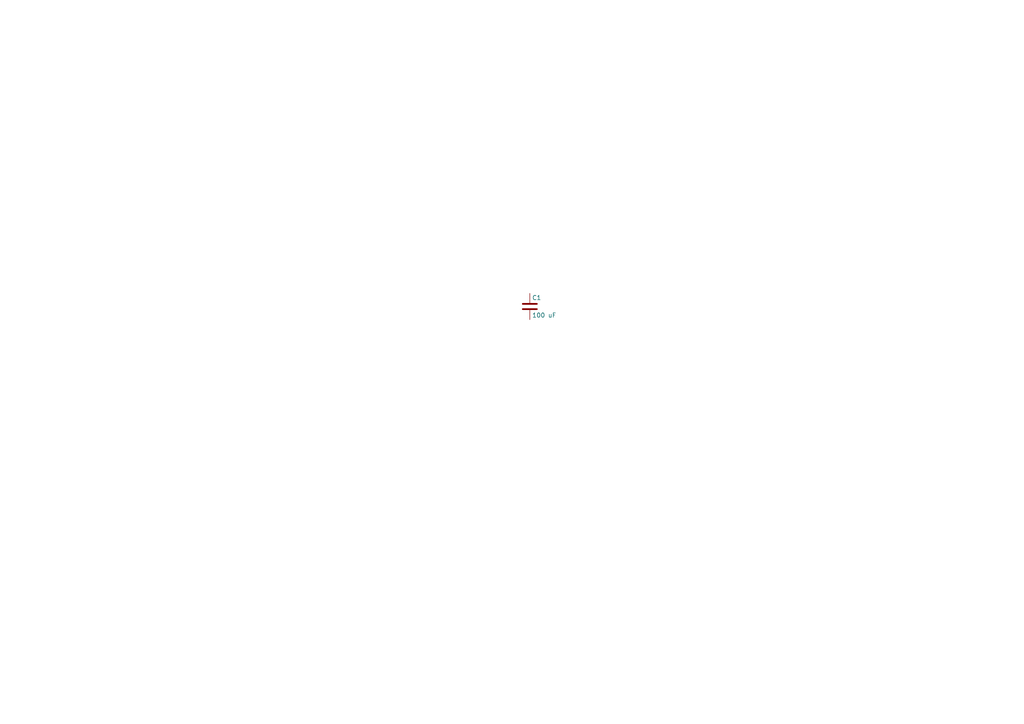
<source format=kicad_sch>
(kicad_sch (version 20231120) (generator "eeschema") (generator_version "8.0")
  (paper "A4")
  (lib_symbols
    (symbol "Device:C" (pin_numbers hide) (pin_names (offset 0.254))
      (property "Reference" "C" (at 0.635 2.54 0))
      (property "Value" "C" (at 0.635 -2.54 0))
      (symbol "C_0_1"
        (polyline (pts (xy -2.032 -0.762) (xy 2.032 -0.762)) (stroke (width 0.508)))
        (polyline (pts (xy -2.032 0.762) (xy 2.032 0.762)) (stroke (width 0.508)))
      )
      (symbol "C_1_1"
        (pin passive line (at 0 3.81 270) (length 2.794) (name "~") (number "1"))
        (pin passive line (at 0 -3.81 90) (length 2.794) (name "~") (number "2"))
      )
    )
  )
  (symbol (lib_id "Device:C") (at 153.67 88.9 0) (unit 1)
    (property "Reference" "C1" (at 154.305 86.36 0) (effects (justify left)))
    (property "Value" "100 uF" (at 154.305 91.44 0) (effects (justify left)))
    (property "Description" "Unpolarized capacitor" (effects (hide yes)))
  )
)
</source>
